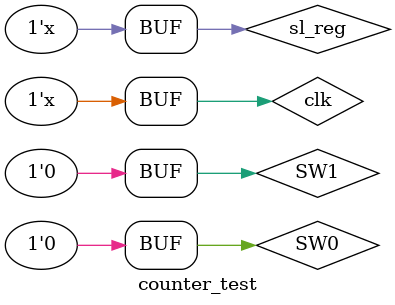
<source format=v>
`timescale 1ns / 1ps


module counter_test();
reg clk;
wire [3:0]sl;
reg SW0;
reg SW1;
counter u0(clk,SW0,SW1,sl);

initial begin
clk=0;
SW0=0;
SW1=0;
end

always #2 clk=~clk;

always begin #16 
if(SW0)
   sl_reg=sl_reg-1;
if(SW1)
   sl_reg=sl_reg-1;
end
endmodule

</source>
